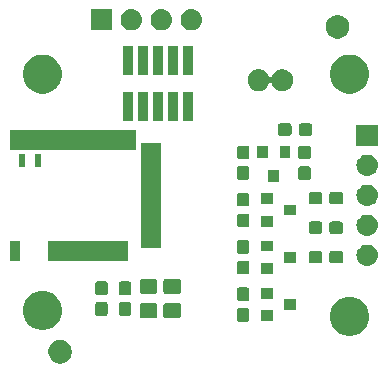
<source format=gts>
G04 #@! TF.GenerationSoftware,KiCad,Pcbnew,(5.1.2-1)-1*
G04 #@! TF.CreationDate,2019-08-31T04:18:35+09:00*
G04 #@! TF.ProjectId,Schematic,53636865-6d61-4746-9963-2e6b69636164,rev?*
G04 #@! TF.SameCoordinates,Original*
G04 #@! TF.FileFunction,Soldermask,Top*
G04 #@! TF.FilePolarity,Negative*
%FSLAX46Y46*%
G04 Gerber Fmt 4.6, Leading zero omitted, Abs format (unit mm)*
G04 Created by KiCad (PCBNEW (5.1.2-1)-1) date 2019-08-31 04:18:35*
%MOMM*%
%LPD*%
G04 APERTURE LIST*
%ADD10C,0.100000*%
G04 APERTURE END LIST*
D10*
G36*
X94727290Y-88525619D02*
G01*
X94791689Y-88538429D01*
X94973678Y-88613811D01*
X95137463Y-88723249D01*
X95276751Y-88862537D01*
X95386189Y-89026322D01*
X95461571Y-89208311D01*
X95500000Y-89401509D01*
X95500000Y-89598491D01*
X95461571Y-89791689D01*
X95386189Y-89973678D01*
X95276751Y-90137463D01*
X95137463Y-90276751D01*
X94973678Y-90386189D01*
X94791689Y-90461571D01*
X94727290Y-90474381D01*
X94598493Y-90500000D01*
X94401507Y-90500000D01*
X94272710Y-90474381D01*
X94208311Y-90461571D01*
X94026322Y-90386189D01*
X93862537Y-90276751D01*
X93723249Y-90137463D01*
X93613811Y-89973678D01*
X93538429Y-89791689D01*
X93500000Y-89598491D01*
X93500000Y-89401509D01*
X93538429Y-89208311D01*
X93613811Y-89026322D01*
X93723249Y-88862537D01*
X93862537Y-88723249D01*
X94026322Y-88613811D01*
X94208311Y-88538429D01*
X94272710Y-88525619D01*
X94401507Y-88500000D01*
X94598493Y-88500000D01*
X94727290Y-88525619D01*
X94727290Y-88525619D01*
G37*
G36*
X119375256Y-84891298D02*
G01*
X119481579Y-84912447D01*
X119782042Y-85036903D01*
X120052451Y-85217585D01*
X120282415Y-85447549D01*
X120463097Y-85717958D01*
X120579509Y-85999000D01*
X120587553Y-86018422D01*
X120651000Y-86337389D01*
X120651000Y-86662611D01*
X120625930Y-86788646D01*
X120587553Y-86981579D01*
X120463097Y-87282042D01*
X120282415Y-87552451D01*
X120052451Y-87782415D01*
X119782042Y-87963097D01*
X119481579Y-88087553D01*
X119375256Y-88108702D01*
X119162611Y-88151000D01*
X118837389Y-88151000D01*
X118624744Y-88108702D01*
X118518421Y-88087553D01*
X118217958Y-87963097D01*
X117947549Y-87782415D01*
X117717585Y-87552451D01*
X117536903Y-87282042D01*
X117412447Y-86981579D01*
X117374070Y-86788646D01*
X117349000Y-86662611D01*
X117349000Y-86337389D01*
X117412447Y-86018422D01*
X117420492Y-85999000D01*
X117536903Y-85717958D01*
X117717585Y-85447549D01*
X117947549Y-85217585D01*
X118217958Y-85036903D01*
X118518421Y-84912447D01*
X118624744Y-84891298D01*
X118837389Y-84849000D01*
X119162611Y-84849000D01*
X119375256Y-84891298D01*
X119375256Y-84891298D01*
G37*
G36*
X93375256Y-84391298D02*
G01*
X93481579Y-84412447D01*
X93782042Y-84536903D01*
X94052451Y-84717585D01*
X94282415Y-84947549D01*
X94463097Y-85217958D01*
X94587553Y-85518421D01*
X94588590Y-85523633D01*
X94651000Y-85837389D01*
X94651000Y-86162611D01*
X94625930Y-86288646D01*
X94587553Y-86481579D01*
X94463097Y-86782042D01*
X94282415Y-87052451D01*
X94052451Y-87282415D01*
X93782042Y-87463097D01*
X93481579Y-87587553D01*
X93375256Y-87608702D01*
X93162611Y-87651000D01*
X92837389Y-87651000D01*
X92624744Y-87608702D01*
X92518421Y-87587553D01*
X92217958Y-87463097D01*
X91947549Y-87282415D01*
X91717585Y-87052451D01*
X91536903Y-86782042D01*
X91412447Y-86481579D01*
X91374070Y-86288646D01*
X91349000Y-86162611D01*
X91349000Y-85837389D01*
X91411410Y-85523633D01*
X91412447Y-85518421D01*
X91536903Y-85217958D01*
X91717585Y-84947549D01*
X91947549Y-84717585D01*
X92217958Y-84536903D01*
X92518421Y-84412447D01*
X92624744Y-84391298D01*
X92837389Y-84349000D01*
X93162611Y-84349000D01*
X93375256Y-84391298D01*
X93375256Y-84391298D01*
G37*
G36*
X110364499Y-85803445D02*
G01*
X110401995Y-85814820D01*
X110436554Y-85833292D01*
X110466847Y-85858153D01*
X110491708Y-85888446D01*
X110510180Y-85923005D01*
X110521555Y-85960501D01*
X110526000Y-86005638D01*
X110526000Y-86744362D01*
X110521555Y-86789499D01*
X110510180Y-86826995D01*
X110491708Y-86861554D01*
X110466847Y-86891847D01*
X110436554Y-86916708D01*
X110401995Y-86935180D01*
X110364499Y-86946555D01*
X110319362Y-86951000D01*
X109680638Y-86951000D01*
X109635501Y-86946555D01*
X109598005Y-86935180D01*
X109563446Y-86916708D01*
X109533153Y-86891847D01*
X109508292Y-86861554D01*
X109489820Y-86826995D01*
X109478445Y-86789499D01*
X109474000Y-86744362D01*
X109474000Y-86005638D01*
X109478445Y-85960501D01*
X109489820Y-85923005D01*
X109508292Y-85888446D01*
X109533153Y-85858153D01*
X109563446Y-85833292D01*
X109598005Y-85814820D01*
X109635501Y-85803445D01*
X109680638Y-85799000D01*
X110319362Y-85799000D01*
X110364499Y-85803445D01*
X110364499Y-85803445D01*
G37*
G36*
X112501000Y-86901000D02*
G01*
X111499000Y-86901000D01*
X111499000Y-85999000D01*
X112501000Y-85999000D01*
X112501000Y-86901000D01*
X112501000Y-86901000D01*
G37*
G36*
X104588674Y-85403465D02*
G01*
X104626367Y-85414899D01*
X104661103Y-85433466D01*
X104691548Y-85458452D01*
X104716534Y-85488897D01*
X104735101Y-85523633D01*
X104746535Y-85561326D01*
X104751000Y-85606661D01*
X104751000Y-86443339D01*
X104746535Y-86488674D01*
X104735101Y-86526367D01*
X104716534Y-86561103D01*
X104691548Y-86591548D01*
X104661103Y-86616534D01*
X104626367Y-86635101D01*
X104588674Y-86646535D01*
X104543339Y-86651000D01*
X103456661Y-86651000D01*
X103411326Y-86646535D01*
X103373633Y-86635101D01*
X103338897Y-86616534D01*
X103308452Y-86591548D01*
X103283466Y-86561103D01*
X103264899Y-86526367D01*
X103253465Y-86488674D01*
X103249000Y-86443339D01*
X103249000Y-85606661D01*
X103253465Y-85561326D01*
X103264899Y-85523633D01*
X103283466Y-85488897D01*
X103308452Y-85458452D01*
X103338897Y-85433466D01*
X103373633Y-85414899D01*
X103411326Y-85403465D01*
X103456661Y-85399000D01*
X104543339Y-85399000D01*
X104588674Y-85403465D01*
X104588674Y-85403465D01*
G37*
G36*
X102588674Y-85403465D02*
G01*
X102626367Y-85414899D01*
X102661103Y-85433466D01*
X102691548Y-85458452D01*
X102716534Y-85488897D01*
X102735101Y-85523633D01*
X102746535Y-85561326D01*
X102751000Y-85606661D01*
X102751000Y-86443339D01*
X102746535Y-86488674D01*
X102735101Y-86526367D01*
X102716534Y-86561103D01*
X102691548Y-86591548D01*
X102661103Y-86616534D01*
X102626367Y-86635101D01*
X102588674Y-86646535D01*
X102543339Y-86651000D01*
X101456661Y-86651000D01*
X101411326Y-86646535D01*
X101373633Y-86635101D01*
X101338897Y-86616534D01*
X101308452Y-86591548D01*
X101283466Y-86561103D01*
X101264899Y-86526367D01*
X101253465Y-86488674D01*
X101249000Y-86443339D01*
X101249000Y-85606661D01*
X101253465Y-85561326D01*
X101264899Y-85523633D01*
X101283466Y-85488897D01*
X101308452Y-85458452D01*
X101338897Y-85433466D01*
X101373633Y-85414899D01*
X101411326Y-85403465D01*
X101456661Y-85399000D01*
X102543339Y-85399000D01*
X102588674Y-85403465D01*
X102588674Y-85403465D01*
G37*
G36*
X100364499Y-85303445D02*
G01*
X100401995Y-85314820D01*
X100436554Y-85333292D01*
X100466847Y-85358153D01*
X100491708Y-85388446D01*
X100510180Y-85423005D01*
X100521555Y-85460501D01*
X100526000Y-85505638D01*
X100526000Y-86244362D01*
X100521555Y-86289499D01*
X100510180Y-86326995D01*
X100491708Y-86361554D01*
X100466847Y-86391847D01*
X100436554Y-86416708D01*
X100401995Y-86435180D01*
X100364499Y-86446555D01*
X100319362Y-86451000D01*
X99680638Y-86451000D01*
X99635501Y-86446555D01*
X99598005Y-86435180D01*
X99563446Y-86416708D01*
X99533153Y-86391847D01*
X99508292Y-86361554D01*
X99489820Y-86326995D01*
X99478445Y-86289499D01*
X99474000Y-86244362D01*
X99474000Y-85505638D01*
X99478445Y-85460501D01*
X99489820Y-85423005D01*
X99508292Y-85388446D01*
X99533153Y-85358153D01*
X99563446Y-85333292D01*
X99598005Y-85314820D01*
X99635501Y-85303445D01*
X99680638Y-85299000D01*
X100319362Y-85299000D01*
X100364499Y-85303445D01*
X100364499Y-85303445D01*
G37*
G36*
X98364499Y-85303445D02*
G01*
X98401995Y-85314820D01*
X98436554Y-85333292D01*
X98466847Y-85358153D01*
X98491708Y-85388446D01*
X98510180Y-85423005D01*
X98521555Y-85460501D01*
X98526000Y-85505638D01*
X98526000Y-86244362D01*
X98521555Y-86289499D01*
X98510180Y-86326995D01*
X98491708Y-86361554D01*
X98466847Y-86391847D01*
X98436554Y-86416708D01*
X98401995Y-86435180D01*
X98364499Y-86446555D01*
X98319362Y-86451000D01*
X97680638Y-86451000D01*
X97635501Y-86446555D01*
X97598005Y-86435180D01*
X97563446Y-86416708D01*
X97533153Y-86391847D01*
X97508292Y-86361554D01*
X97489820Y-86326995D01*
X97478445Y-86289499D01*
X97474000Y-86244362D01*
X97474000Y-85505638D01*
X97478445Y-85460501D01*
X97489820Y-85423005D01*
X97508292Y-85388446D01*
X97533153Y-85358153D01*
X97563446Y-85333292D01*
X97598005Y-85314820D01*
X97635501Y-85303445D01*
X97680638Y-85299000D01*
X98319362Y-85299000D01*
X98364499Y-85303445D01*
X98364499Y-85303445D01*
G37*
G36*
X114501000Y-85951000D02*
G01*
X113499000Y-85951000D01*
X113499000Y-85049000D01*
X114501000Y-85049000D01*
X114501000Y-85951000D01*
X114501000Y-85951000D01*
G37*
G36*
X110364499Y-84053445D02*
G01*
X110401995Y-84064820D01*
X110436554Y-84083292D01*
X110466847Y-84108153D01*
X110491708Y-84138446D01*
X110510180Y-84173005D01*
X110521555Y-84210501D01*
X110526000Y-84255638D01*
X110526000Y-84994362D01*
X110521555Y-85039499D01*
X110510180Y-85076995D01*
X110491708Y-85111554D01*
X110466847Y-85141847D01*
X110436554Y-85166708D01*
X110401995Y-85185180D01*
X110364499Y-85196555D01*
X110319362Y-85201000D01*
X109680638Y-85201000D01*
X109635501Y-85196555D01*
X109598005Y-85185180D01*
X109563446Y-85166708D01*
X109533153Y-85141847D01*
X109508292Y-85111554D01*
X109489820Y-85076995D01*
X109478445Y-85039499D01*
X109474000Y-84994362D01*
X109474000Y-84255638D01*
X109478445Y-84210501D01*
X109489820Y-84173005D01*
X109508292Y-84138446D01*
X109533153Y-84108153D01*
X109563446Y-84083292D01*
X109598005Y-84064820D01*
X109635501Y-84053445D01*
X109680638Y-84049000D01*
X110319362Y-84049000D01*
X110364499Y-84053445D01*
X110364499Y-84053445D01*
G37*
G36*
X112501000Y-85001000D02*
G01*
X111499000Y-85001000D01*
X111499000Y-84099000D01*
X112501000Y-84099000D01*
X112501000Y-85001000D01*
X112501000Y-85001000D01*
G37*
G36*
X100364499Y-83553445D02*
G01*
X100401995Y-83564820D01*
X100436554Y-83583292D01*
X100466847Y-83608153D01*
X100491708Y-83638446D01*
X100510180Y-83673005D01*
X100521555Y-83710501D01*
X100526000Y-83755638D01*
X100526000Y-84494362D01*
X100521555Y-84539499D01*
X100510180Y-84576995D01*
X100491708Y-84611554D01*
X100466847Y-84641847D01*
X100436554Y-84666708D01*
X100401995Y-84685180D01*
X100364499Y-84696555D01*
X100319362Y-84701000D01*
X99680638Y-84701000D01*
X99635501Y-84696555D01*
X99598005Y-84685180D01*
X99563446Y-84666708D01*
X99533153Y-84641847D01*
X99508292Y-84611554D01*
X99489820Y-84576995D01*
X99478445Y-84539499D01*
X99474000Y-84494362D01*
X99474000Y-83755638D01*
X99478445Y-83710501D01*
X99489820Y-83673005D01*
X99508292Y-83638446D01*
X99533153Y-83608153D01*
X99563446Y-83583292D01*
X99598005Y-83564820D01*
X99635501Y-83553445D01*
X99680638Y-83549000D01*
X100319362Y-83549000D01*
X100364499Y-83553445D01*
X100364499Y-83553445D01*
G37*
G36*
X98364499Y-83553445D02*
G01*
X98401995Y-83564820D01*
X98436554Y-83583292D01*
X98466847Y-83608153D01*
X98491708Y-83638446D01*
X98510180Y-83673005D01*
X98521555Y-83710501D01*
X98526000Y-83755638D01*
X98526000Y-84494362D01*
X98521555Y-84539499D01*
X98510180Y-84576995D01*
X98491708Y-84611554D01*
X98466847Y-84641847D01*
X98436554Y-84666708D01*
X98401995Y-84685180D01*
X98364499Y-84696555D01*
X98319362Y-84701000D01*
X97680638Y-84701000D01*
X97635501Y-84696555D01*
X97598005Y-84685180D01*
X97563446Y-84666708D01*
X97533153Y-84641847D01*
X97508292Y-84611554D01*
X97489820Y-84576995D01*
X97478445Y-84539499D01*
X97474000Y-84494362D01*
X97474000Y-83755638D01*
X97478445Y-83710501D01*
X97489820Y-83673005D01*
X97508292Y-83638446D01*
X97533153Y-83608153D01*
X97563446Y-83583292D01*
X97598005Y-83564820D01*
X97635501Y-83553445D01*
X97680638Y-83549000D01*
X98319362Y-83549000D01*
X98364499Y-83553445D01*
X98364499Y-83553445D01*
G37*
G36*
X104588674Y-83353465D02*
G01*
X104626367Y-83364899D01*
X104661103Y-83383466D01*
X104691548Y-83408452D01*
X104716534Y-83438897D01*
X104735101Y-83473633D01*
X104746535Y-83511326D01*
X104751000Y-83556661D01*
X104751000Y-84393339D01*
X104746535Y-84438674D01*
X104735101Y-84476367D01*
X104716534Y-84511103D01*
X104691548Y-84541548D01*
X104661103Y-84566534D01*
X104626367Y-84585101D01*
X104588674Y-84596535D01*
X104543339Y-84601000D01*
X103456661Y-84601000D01*
X103411326Y-84596535D01*
X103373633Y-84585101D01*
X103338897Y-84566534D01*
X103308452Y-84541548D01*
X103283466Y-84511103D01*
X103264899Y-84476367D01*
X103253465Y-84438674D01*
X103249000Y-84393339D01*
X103249000Y-83556661D01*
X103253465Y-83511326D01*
X103264899Y-83473633D01*
X103283466Y-83438897D01*
X103308452Y-83408452D01*
X103338897Y-83383466D01*
X103373633Y-83364899D01*
X103411326Y-83353465D01*
X103456661Y-83349000D01*
X104543339Y-83349000D01*
X104588674Y-83353465D01*
X104588674Y-83353465D01*
G37*
G36*
X102588674Y-83353465D02*
G01*
X102626367Y-83364899D01*
X102661103Y-83383466D01*
X102691548Y-83408452D01*
X102716534Y-83438897D01*
X102735101Y-83473633D01*
X102746535Y-83511326D01*
X102751000Y-83556661D01*
X102751000Y-84393339D01*
X102746535Y-84438674D01*
X102735101Y-84476367D01*
X102716534Y-84511103D01*
X102691548Y-84541548D01*
X102661103Y-84566534D01*
X102626367Y-84585101D01*
X102588674Y-84596535D01*
X102543339Y-84601000D01*
X101456661Y-84601000D01*
X101411326Y-84596535D01*
X101373633Y-84585101D01*
X101338897Y-84566534D01*
X101308452Y-84541548D01*
X101283466Y-84511103D01*
X101264899Y-84476367D01*
X101253465Y-84438674D01*
X101249000Y-84393339D01*
X101249000Y-83556661D01*
X101253465Y-83511326D01*
X101264899Y-83473633D01*
X101283466Y-83438897D01*
X101308452Y-83408452D01*
X101338897Y-83383466D01*
X101373633Y-83364899D01*
X101411326Y-83353465D01*
X101456661Y-83349000D01*
X102543339Y-83349000D01*
X102588674Y-83353465D01*
X102588674Y-83353465D01*
G37*
G36*
X110364499Y-81803445D02*
G01*
X110401995Y-81814820D01*
X110436554Y-81833292D01*
X110466847Y-81858153D01*
X110491708Y-81888446D01*
X110510180Y-81923005D01*
X110521555Y-81960501D01*
X110526000Y-82005638D01*
X110526000Y-82744362D01*
X110521555Y-82789499D01*
X110510180Y-82826995D01*
X110491708Y-82861554D01*
X110466847Y-82891847D01*
X110436554Y-82916708D01*
X110401995Y-82935180D01*
X110364499Y-82946555D01*
X110319362Y-82951000D01*
X109680638Y-82951000D01*
X109635501Y-82946555D01*
X109598005Y-82935180D01*
X109563446Y-82916708D01*
X109533153Y-82891847D01*
X109508292Y-82861554D01*
X109489820Y-82826995D01*
X109478445Y-82789499D01*
X109474000Y-82744362D01*
X109474000Y-82005638D01*
X109478445Y-81960501D01*
X109489820Y-81923005D01*
X109508292Y-81888446D01*
X109533153Y-81858153D01*
X109563446Y-81833292D01*
X109598005Y-81814820D01*
X109635501Y-81803445D01*
X109680638Y-81799000D01*
X110319362Y-81799000D01*
X110364499Y-81803445D01*
X110364499Y-81803445D01*
G37*
G36*
X112501000Y-82901000D02*
G01*
X111499000Y-82901000D01*
X111499000Y-81999000D01*
X112501000Y-81999000D01*
X112501000Y-82901000D01*
X112501000Y-82901000D01*
G37*
G36*
X120610443Y-80435519D02*
G01*
X120676627Y-80442037D01*
X120846466Y-80493557D01*
X121002991Y-80577222D01*
X121038729Y-80606552D01*
X121140186Y-80689814D01*
X121223448Y-80791271D01*
X121252778Y-80827009D01*
X121336443Y-80983534D01*
X121387963Y-81153373D01*
X121405359Y-81330000D01*
X121387963Y-81506627D01*
X121336443Y-81676466D01*
X121252778Y-81832991D01*
X121232128Y-81858153D01*
X121140186Y-81970186D01*
X121072175Y-82026000D01*
X121002991Y-82082778D01*
X120846466Y-82166443D01*
X120676627Y-82217963D01*
X120610443Y-82224481D01*
X120544260Y-82231000D01*
X120455740Y-82231000D01*
X120389557Y-82224481D01*
X120323373Y-82217963D01*
X120153534Y-82166443D01*
X119997009Y-82082778D01*
X119927825Y-82026000D01*
X119859814Y-81970186D01*
X119767872Y-81858153D01*
X119747222Y-81832991D01*
X119663557Y-81676466D01*
X119612037Y-81506627D01*
X119594641Y-81330000D01*
X119612037Y-81153373D01*
X119663557Y-80983534D01*
X119747222Y-80827009D01*
X119776552Y-80791271D01*
X119859814Y-80689814D01*
X119961271Y-80606552D01*
X119997009Y-80577222D01*
X120153534Y-80493557D01*
X120323373Y-80442037D01*
X120389557Y-80435519D01*
X120455740Y-80429000D01*
X120544260Y-80429000D01*
X120610443Y-80435519D01*
X120610443Y-80435519D01*
G37*
G36*
X116539499Y-80978445D02*
G01*
X116576995Y-80989820D01*
X116611554Y-81008292D01*
X116641847Y-81033153D01*
X116666708Y-81063446D01*
X116685180Y-81098005D01*
X116696555Y-81135501D01*
X116701000Y-81180638D01*
X116701000Y-81819362D01*
X116696555Y-81864499D01*
X116685180Y-81901995D01*
X116666708Y-81936554D01*
X116641847Y-81966847D01*
X116611554Y-81991708D01*
X116576995Y-82010180D01*
X116539499Y-82021555D01*
X116494362Y-82026000D01*
X115755638Y-82026000D01*
X115710501Y-82021555D01*
X115673005Y-82010180D01*
X115638446Y-81991708D01*
X115608153Y-81966847D01*
X115583292Y-81936554D01*
X115564820Y-81901995D01*
X115553445Y-81864499D01*
X115549000Y-81819362D01*
X115549000Y-81180638D01*
X115553445Y-81135501D01*
X115564820Y-81098005D01*
X115583292Y-81063446D01*
X115608153Y-81033153D01*
X115638446Y-81008292D01*
X115673005Y-80989820D01*
X115710501Y-80978445D01*
X115755638Y-80974000D01*
X116494362Y-80974000D01*
X116539499Y-80978445D01*
X116539499Y-80978445D01*
G37*
G36*
X118289499Y-80978445D02*
G01*
X118326995Y-80989820D01*
X118361554Y-81008292D01*
X118391847Y-81033153D01*
X118416708Y-81063446D01*
X118435180Y-81098005D01*
X118446555Y-81135501D01*
X118451000Y-81180638D01*
X118451000Y-81819362D01*
X118446555Y-81864499D01*
X118435180Y-81901995D01*
X118416708Y-81936554D01*
X118391847Y-81966847D01*
X118361554Y-81991708D01*
X118326995Y-82010180D01*
X118289499Y-82021555D01*
X118244362Y-82026000D01*
X117505638Y-82026000D01*
X117460501Y-82021555D01*
X117423005Y-82010180D01*
X117388446Y-81991708D01*
X117358153Y-81966847D01*
X117333292Y-81936554D01*
X117314820Y-81901995D01*
X117303445Y-81864499D01*
X117299000Y-81819362D01*
X117299000Y-81180638D01*
X117303445Y-81135501D01*
X117314820Y-81098005D01*
X117333292Y-81063446D01*
X117358153Y-81033153D01*
X117388446Y-81008292D01*
X117423005Y-80989820D01*
X117460501Y-80978445D01*
X117505638Y-80974000D01*
X118244362Y-80974000D01*
X118289499Y-80978445D01*
X118289499Y-80978445D01*
G37*
G36*
X114501000Y-81951000D02*
G01*
X113499000Y-81951000D01*
X113499000Y-81049000D01*
X114501000Y-81049000D01*
X114501000Y-81951000D01*
X114501000Y-81951000D01*
G37*
G36*
X100251000Y-81801000D02*
G01*
X93449000Y-81801000D01*
X93449000Y-80099000D01*
X100251000Y-80099000D01*
X100251000Y-81801000D01*
X100251000Y-81801000D01*
G37*
G36*
X91151000Y-81801000D02*
G01*
X90249000Y-81801000D01*
X90249000Y-80099000D01*
X91151000Y-80099000D01*
X91151000Y-81801000D01*
X91151000Y-81801000D01*
G37*
G36*
X110364499Y-80053445D02*
G01*
X110401995Y-80064820D01*
X110436554Y-80083292D01*
X110466847Y-80108153D01*
X110491708Y-80138446D01*
X110510180Y-80173005D01*
X110521555Y-80210501D01*
X110526000Y-80255638D01*
X110526000Y-80994362D01*
X110521555Y-81039499D01*
X110510180Y-81076995D01*
X110491708Y-81111554D01*
X110466847Y-81141847D01*
X110436554Y-81166708D01*
X110401995Y-81185180D01*
X110364499Y-81196555D01*
X110319362Y-81201000D01*
X109680638Y-81201000D01*
X109635501Y-81196555D01*
X109598005Y-81185180D01*
X109563446Y-81166708D01*
X109533153Y-81141847D01*
X109508292Y-81111554D01*
X109489820Y-81076995D01*
X109478445Y-81039499D01*
X109474000Y-80994362D01*
X109474000Y-80255638D01*
X109478445Y-80210501D01*
X109489820Y-80173005D01*
X109508292Y-80138446D01*
X109533153Y-80108153D01*
X109563446Y-80083292D01*
X109598005Y-80064820D01*
X109635501Y-80053445D01*
X109680638Y-80049000D01*
X110319362Y-80049000D01*
X110364499Y-80053445D01*
X110364499Y-80053445D01*
G37*
G36*
X112501000Y-81001000D02*
G01*
X111499000Y-81001000D01*
X111499000Y-80099000D01*
X112501000Y-80099000D01*
X112501000Y-81001000D01*
X112501000Y-81001000D01*
G37*
G36*
X103051000Y-80701000D02*
G01*
X101349000Y-80701000D01*
X101349000Y-71799000D01*
X103051000Y-71799000D01*
X103051000Y-80701000D01*
X103051000Y-80701000D01*
G37*
G36*
X120610443Y-77895519D02*
G01*
X120676627Y-77902037D01*
X120846466Y-77953557D01*
X121002991Y-78037222D01*
X121033183Y-78062000D01*
X121140186Y-78149814D01*
X121223448Y-78251271D01*
X121252778Y-78287009D01*
X121336443Y-78443534D01*
X121387963Y-78613373D01*
X121405359Y-78790000D01*
X121387963Y-78966627D01*
X121336443Y-79136466D01*
X121252778Y-79292991D01*
X121231136Y-79319362D01*
X121140186Y-79430186D01*
X121038729Y-79513448D01*
X121002991Y-79542778D01*
X120846466Y-79626443D01*
X120676627Y-79677963D01*
X120610442Y-79684482D01*
X120544260Y-79691000D01*
X120455740Y-79691000D01*
X120389558Y-79684482D01*
X120323373Y-79677963D01*
X120153534Y-79626443D01*
X119997009Y-79542778D01*
X119961271Y-79513448D01*
X119859814Y-79430186D01*
X119768864Y-79319362D01*
X119747222Y-79292991D01*
X119663557Y-79136466D01*
X119612037Y-78966627D01*
X119594641Y-78790000D01*
X119612037Y-78613373D01*
X119663557Y-78443534D01*
X119747222Y-78287009D01*
X119776552Y-78251271D01*
X119859814Y-78149814D01*
X119966817Y-78062000D01*
X119997009Y-78037222D01*
X120153534Y-77953557D01*
X120323373Y-77902037D01*
X120389557Y-77895519D01*
X120455740Y-77889000D01*
X120544260Y-77889000D01*
X120610443Y-77895519D01*
X120610443Y-77895519D01*
G37*
G36*
X116539499Y-78478445D02*
G01*
X116576995Y-78489820D01*
X116611554Y-78508292D01*
X116641847Y-78533153D01*
X116666708Y-78563446D01*
X116685180Y-78598005D01*
X116696555Y-78635501D01*
X116701000Y-78680638D01*
X116701000Y-79319362D01*
X116696555Y-79364499D01*
X116685180Y-79401995D01*
X116666708Y-79436554D01*
X116641847Y-79466847D01*
X116611554Y-79491708D01*
X116576995Y-79510180D01*
X116539499Y-79521555D01*
X116494362Y-79526000D01*
X115755638Y-79526000D01*
X115710501Y-79521555D01*
X115673005Y-79510180D01*
X115638446Y-79491708D01*
X115608153Y-79466847D01*
X115583292Y-79436554D01*
X115564820Y-79401995D01*
X115553445Y-79364499D01*
X115549000Y-79319362D01*
X115549000Y-78680638D01*
X115553445Y-78635501D01*
X115564820Y-78598005D01*
X115583292Y-78563446D01*
X115608153Y-78533153D01*
X115638446Y-78508292D01*
X115673005Y-78489820D01*
X115710501Y-78478445D01*
X115755638Y-78474000D01*
X116494362Y-78474000D01*
X116539499Y-78478445D01*
X116539499Y-78478445D01*
G37*
G36*
X118289499Y-78478445D02*
G01*
X118326995Y-78489820D01*
X118361554Y-78508292D01*
X118391847Y-78533153D01*
X118416708Y-78563446D01*
X118435180Y-78598005D01*
X118446555Y-78635501D01*
X118451000Y-78680638D01*
X118451000Y-79319362D01*
X118446555Y-79364499D01*
X118435180Y-79401995D01*
X118416708Y-79436554D01*
X118391847Y-79466847D01*
X118361554Y-79491708D01*
X118326995Y-79510180D01*
X118289499Y-79521555D01*
X118244362Y-79526000D01*
X117505638Y-79526000D01*
X117460501Y-79521555D01*
X117423005Y-79510180D01*
X117388446Y-79491708D01*
X117358153Y-79466847D01*
X117333292Y-79436554D01*
X117314820Y-79401995D01*
X117303445Y-79364499D01*
X117299000Y-79319362D01*
X117299000Y-78680638D01*
X117303445Y-78635501D01*
X117314820Y-78598005D01*
X117333292Y-78563446D01*
X117358153Y-78533153D01*
X117388446Y-78508292D01*
X117423005Y-78489820D01*
X117460501Y-78478445D01*
X117505638Y-78474000D01*
X118244362Y-78474000D01*
X118289499Y-78478445D01*
X118289499Y-78478445D01*
G37*
G36*
X110364499Y-77803445D02*
G01*
X110401995Y-77814820D01*
X110436554Y-77833292D01*
X110466847Y-77858153D01*
X110491708Y-77888446D01*
X110510180Y-77923005D01*
X110521555Y-77960501D01*
X110526000Y-78005638D01*
X110526000Y-78744362D01*
X110521555Y-78789499D01*
X110510180Y-78826995D01*
X110491708Y-78861554D01*
X110466847Y-78891847D01*
X110436554Y-78916708D01*
X110401995Y-78935180D01*
X110364499Y-78946555D01*
X110319362Y-78951000D01*
X109680638Y-78951000D01*
X109635501Y-78946555D01*
X109598005Y-78935180D01*
X109563446Y-78916708D01*
X109533153Y-78891847D01*
X109508292Y-78861554D01*
X109489820Y-78826995D01*
X109478445Y-78789499D01*
X109474000Y-78744362D01*
X109474000Y-78005638D01*
X109478445Y-77960501D01*
X109489820Y-77923005D01*
X109508292Y-77888446D01*
X109533153Y-77858153D01*
X109563446Y-77833292D01*
X109598005Y-77814820D01*
X109635501Y-77803445D01*
X109680638Y-77799000D01*
X110319362Y-77799000D01*
X110364499Y-77803445D01*
X110364499Y-77803445D01*
G37*
G36*
X112501000Y-78901000D02*
G01*
X111499000Y-78901000D01*
X111499000Y-77999000D01*
X112501000Y-77999000D01*
X112501000Y-78901000D01*
X112501000Y-78901000D01*
G37*
G36*
X114501000Y-77951000D02*
G01*
X113499000Y-77951000D01*
X113499000Y-77049000D01*
X114501000Y-77049000D01*
X114501000Y-77951000D01*
X114501000Y-77951000D01*
G37*
G36*
X110364499Y-76053445D02*
G01*
X110401995Y-76064820D01*
X110436554Y-76083292D01*
X110466847Y-76108153D01*
X110491708Y-76138446D01*
X110510180Y-76173005D01*
X110521555Y-76210501D01*
X110526000Y-76255638D01*
X110526000Y-76994362D01*
X110521555Y-77039499D01*
X110510180Y-77076995D01*
X110491708Y-77111554D01*
X110466847Y-77141847D01*
X110436554Y-77166708D01*
X110401995Y-77185180D01*
X110364499Y-77196555D01*
X110319362Y-77201000D01*
X109680638Y-77201000D01*
X109635501Y-77196555D01*
X109598005Y-77185180D01*
X109563446Y-77166708D01*
X109533153Y-77141847D01*
X109508292Y-77111554D01*
X109489820Y-77076995D01*
X109478445Y-77039499D01*
X109474000Y-76994362D01*
X109474000Y-76255638D01*
X109478445Y-76210501D01*
X109489820Y-76173005D01*
X109508292Y-76138446D01*
X109533153Y-76108153D01*
X109563446Y-76083292D01*
X109598005Y-76064820D01*
X109635501Y-76053445D01*
X109680638Y-76049000D01*
X110319362Y-76049000D01*
X110364499Y-76053445D01*
X110364499Y-76053445D01*
G37*
G36*
X120610442Y-75355518D02*
G01*
X120676627Y-75362037D01*
X120846466Y-75413557D01*
X121002991Y-75497222D01*
X121038729Y-75526552D01*
X121140186Y-75609814D01*
X121223448Y-75711271D01*
X121252778Y-75747009D01*
X121336443Y-75903534D01*
X121387963Y-76073373D01*
X121405359Y-76250000D01*
X121387963Y-76426627D01*
X121336443Y-76596466D01*
X121252778Y-76752991D01*
X121223448Y-76788729D01*
X121140186Y-76890186D01*
X121046773Y-76966847D01*
X121002991Y-77002778D01*
X120846466Y-77086443D01*
X120676627Y-77137963D01*
X120637191Y-77141847D01*
X120544260Y-77151000D01*
X120455740Y-77151000D01*
X120362809Y-77141847D01*
X120323373Y-77137963D01*
X120153534Y-77086443D01*
X119997009Y-77002778D01*
X119953227Y-76966847D01*
X119859814Y-76890186D01*
X119776552Y-76788729D01*
X119747222Y-76752991D01*
X119663557Y-76596466D01*
X119612037Y-76426627D01*
X119594641Y-76250000D01*
X119612037Y-76073373D01*
X119663557Y-75903534D01*
X119747222Y-75747009D01*
X119776552Y-75711271D01*
X119859814Y-75609814D01*
X119961271Y-75526552D01*
X119997009Y-75497222D01*
X120153534Y-75413557D01*
X120323373Y-75362037D01*
X120389558Y-75355518D01*
X120455740Y-75349000D01*
X120544260Y-75349000D01*
X120610442Y-75355518D01*
X120610442Y-75355518D01*
G37*
G36*
X118289499Y-75978445D02*
G01*
X118326995Y-75989820D01*
X118361554Y-76008292D01*
X118391847Y-76033153D01*
X118416708Y-76063446D01*
X118435180Y-76098005D01*
X118446555Y-76135501D01*
X118451000Y-76180638D01*
X118451000Y-76819362D01*
X118446555Y-76864499D01*
X118435180Y-76901995D01*
X118416708Y-76936554D01*
X118391847Y-76966847D01*
X118361554Y-76991708D01*
X118326995Y-77010180D01*
X118289499Y-77021555D01*
X118244362Y-77026000D01*
X117505638Y-77026000D01*
X117460501Y-77021555D01*
X117423005Y-77010180D01*
X117388446Y-76991708D01*
X117358153Y-76966847D01*
X117333292Y-76936554D01*
X117314820Y-76901995D01*
X117303445Y-76864499D01*
X117299000Y-76819362D01*
X117299000Y-76180638D01*
X117303445Y-76135501D01*
X117314820Y-76098005D01*
X117333292Y-76063446D01*
X117358153Y-76033153D01*
X117388446Y-76008292D01*
X117423005Y-75989820D01*
X117460501Y-75978445D01*
X117505638Y-75974000D01*
X118244362Y-75974000D01*
X118289499Y-75978445D01*
X118289499Y-75978445D01*
G37*
G36*
X116539499Y-75978445D02*
G01*
X116576995Y-75989820D01*
X116611554Y-76008292D01*
X116641847Y-76033153D01*
X116666708Y-76063446D01*
X116685180Y-76098005D01*
X116696555Y-76135501D01*
X116701000Y-76180638D01*
X116701000Y-76819362D01*
X116696555Y-76864499D01*
X116685180Y-76901995D01*
X116666708Y-76936554D01*
X116641847Y-76966847D01*
X116611554Y-76991708D01*
X116576995Y-77010180D01*
X116539499Y-77021555D01*
X116494362Y-77026000D01*
X115755638Y-77026000D01*
X115710501Y-77021555D01*
X115673005Y-77010180D01*
X115638446Y-76991708D01*
X115608153Y-76966847D01*
X115583292Y-76936554D01*
X115564820Y-76901995D01*
X115553445Y-76864499D01*
X115549000Y-76819362D01*
X115549000Y-76180638D01*
X115553445Y-76135501D01*
X115564820Y-76098005D01*
X115583292Y-76063446D01*
X115608153Y-76033153D01*
X115638446Y-76008292D01*
X115673005Y-75989820D01*
X115710501Y-75978445D01*
X115755638Y-75974000D01*
X116494362Y-75974000D01*
X116539499Y-75978445D01*
X116539499Y-75978445D01*
G37*
G36*
X112501000Y-77001000D02*
G01*
X111499000Y-77001000D01*
X111499000Y-76099000D01*
X112501000Y-76099000D01*
X112501000Y-77001000D01*
X112501000Y-77001000D01*
G37*
G36*
X113051000Y-75101000D02*
G01*
X112149000Y-75101000D01*
X112149000Y-74099000D01*
X113051000Y-74099000D01*
X113051000Y-75101000D01*
X113051000Y-75101000D01*
G37*
G36*
X110364499Y-73803445D02*
G01*
X110401995Y-73814820D01*
X110436554Y-73833292D01*
X110466847Y-73858153D01*
X110491708Y-73888446D01*
X110510180Y-73923005D01*
X110521555Y-73960501D01*
X110526000Y-74005638D01*
X110526000Y-74744362D01*
X110521555Y-74789499D01*
X110510180Y-74826995D01*
X110491708Y-74861554D01*
X110466847Y-74891847D01*
X110436554Y-74916708D01*
X110401995Y-74935180D01*
X110364499Y-74946555D01*
X110319362Y-74951000D01*
X109680638Y-74951000D01*
X109635501Y-74946555D01*
X109598005Y-74935180D01*
X109563446Y-74916708D01*
X109533153Y-74891847D01*
X109508292Y-74861554D01*
X109489820Y-74826995D01*
X109478445Y-74789499D01*
X109474000Y-74744362D01*
X109474000Y-74005638D01*
X109478445Y-73960501D01*
X109489820Y-73923005D01*
X109508292Y-73888446D01*
X109533153Y-73858153D01*
X109563446Y-73833292D01*
X109598005Y-73814820D01*
X109635501Y-73803445D01*
X109680638Y-73799000D01*
X110319362Y-73799000D01*
X110364499Y-73803445D01*
X110364499Y-73803445D01*
G37*
G36*
X115564499Y-73803445D02*
G01*
X115601995Y-73814820D01*
X115636554Y-73833292D01*
X115666847Y-73858153D01*
X115691708Y-73888446D01*
X115710180Y-73923005D01*
X115721555Y-73960501D01*
X115726000Y-74005638D01*
X115726000Y-74744362D01*
X115721555Y-74789499D01*
X115710180Y-74826995D01*
X115691708Y-74861554D01*
X115666847Y-74891847D01*
X115636554Y-74916708D01*
X115601995Y-74935180D01*
X115564499Y-74946555D01*
X115519362Y-74951000D01*
X114880638Y-74951000D01*
X114835501Y-74946555D01*
X114798005Y-74935180D01*
X114763446Y-74916708D01*
X114733153Y-74891847D01*
X114708292Y-74861554D01*
X114689820Y-74826995D01*
X114678445Y-74789499D01*
X114674000Y-74744362D01*
X114674000Y-74005638D01*
X114678445Y-73960501D01*
X114689820Y-73923005D01*
X114708292Y-73888446D01*
X114733153Y-73858153D01*
X114763446Y-73833292D01*
X114798005Y-73814820D01*
X114835501Y-73803445D01*
X114880638Y-73799000D01*
X115519362Y-73799000D01*
X115564499Y-73803445D01*
X115564499Y-73803445D01*
G37*
G36*
X120610442Y-72815518D02*
G01*
X120676627Y-72822037D01*
X120846466Y-72873557D01*
X121002991Y-72957222D01*
X121038729Y-72986552D01*
X121140186Y-73069814D01*
X121219704Y-73166708D01*
X121252778Y-73207009D01*
X121336443Y-73363534D01*
X121387963Y-73533373D01*
X121405359Y-73710000D01*
X121387963Y-73886627D01*
X121336443Y-74056466D01*
X121252778Y-74212991D01*
X121223448Y-74248729D01*
X121140186Y-74350186D01*
X121038729Y-74433448D01*
X121002991Y-74462778D01*
X120846466Y-74546443D01*
X120676627Y-74597963D01*
X120610442Y-74604482D01*
X120544260Y-74611000D01*
X120455740Y-74611000D01*
X120389558Y-74604482D01*
X120323373Y-74597963D01*
X120153534Y-74546443D01*
X119997009Y-74462778D01*
X119961271Y-74433448D01*
X119859814Y-74350186D01*
X119776552Y-74248729D01*
X119747222Y-74212991D01*
X119663557Y-74056466D01*
X119612037Y-73886627D01*
X119594641Y-73710000D01*
X119612037Y-73533373D01*
X119663557Y-73363534D01*
X119747222Y-73207009D01*
X119780296Y-73166708D01*
X119859814Y-73069814D01*
X119961271Y-72986552D01*
X119997009Y-72957222D01*
X120153534Y-72873557D01*
X120323373Y-72822037D01*
X120389558Y-72815518D01*
X120455740Y-72809000D01*
X120544260Y-72809000D01*
X120610442Y-72815518D01*
X120610442Y-72815518D01*
G37*
G36*
X92901000Y-73901000D02*
G01*
X92399000Y-73901000D01*
X92399000Y-72799000D01*
X92901000Y-72799000D01*
X92901000Y-73901000D01*
X92901000Y-73901000D01*
G37*
G36*
X91501000Y-73901000D02*
G01*
X90999000Y-73901000D01*
X90999000Y-72799000D01*
X91501000Y-72799000D01*
X91501000Y-73901000D01*
X91501000Y-73901000D01*
G37*
G36*
X115564499Y-72053445D02*
G01*
X115601995Y-72064820D01*
X115636554Y-72083292D01*
X115666847Y-72108153D01*
X115691708Y-72138446D01*
X115710180Y-72173005D01*
X115721555Y-72210501D01*
X115726000Y-72255638D01*
X115726000Y-72994362D01*
X115721555Y-73039499D01*
X115710180Y-73076995D01*
X115691708Y-73111554D01*
X115666847Y-73141847D01*
X115636554Y-73166708D01*
X115601995Y-73185180D01*
X115564499Y-73196555D01*
X115519362Y-73201000D01*
X114880638Y-73201000D01*
X114835501Y-73196555D01*
X114798005Y-73185180D01*
X114763446Y-73166708D01*
X114733153Y-73141847D01*
X114708292Y-73111554D01*
X114689820Y-73076995D01*
X114678445Y-73039499D01*
X114674000Y-72994362D01*
X114674000Y-72255638D01*
X114678445Y-72210501D01*
X114689820Y-72173005D01*
X114708292Y-72138446D01*
X114733153Y-72108153D01*
X114763446Y-72083292D01*
X114798005Y-72064820D01*
X114835501Y-72053445D01*
X114880638Y-72049000D01*
X115519362Y-72049000D01*
X115564499Y-72053445D01*
X115564499Y-72053445D01*
G37*
G36*
X110364499Y-72053445D02*
G01*
X110401995Y-72064820D01*
X110436554Y-72083292D01*
X110466847Y-72108153D01*
X110491708Y-72138446D01*
X110510180Y-72173005D01*
X110521555Y-72210501D01*
X110526000Y-72255638D01*
X110526000Y-72994362D01*
X110521555Y-73039499D01*
X110510180Y-73076995D01*
X110491708Y-73111554D01*
X110466847Y-73141847D01*
X110436554Y-73166708D01*
X110401995Y-73185180D01*
X110364499Y-73196555D01*
X110319362Y-73201000D01*
X109680638Y-73201000D01*
X109635501Y-73196555D01*
X109598005Y-73185180D01*
X109563446Y-73166708D01*
X109533153Y-73141847D01*
X109508292Y-73111554D01*
X109489820Y-73076995D01*
X109478445Y-73039499D01*
X109474000Y-72994362D01*
X109474000Y-72255638D01*
X109478445Y-72210501D01*
X109489820Y-72173005D01*
X109508292Y-72138446D01*
X109533153Y-72108153D01*
X109563446Y-72083292D01*
X109598005Y-72064820D01*
X109635501Y-72053445D01*
X109680638Y-72049000D01*
X110319362Y-72049000D01*
X110364499Y-72053445D01*
X110364499Y-72053445D01*
G37*
G36*
X114001000Y-73101000D02*
G01*
X113099000Y-73101000D01*
X113099000Y-72099000D01*
X114001000Y-72099000D01*
X114001000Y-73101000D01*
X114001000Y-73101000D01*
G37*
G36*
X112101000Y-73101000D02*
G01*
X111199000Y-73101000D01*
X111199000Y-72099000D01*
X112101000Y-72099000D01*
X112101000Y-73101000D01*
X112101000Y-73101000D01*
G37*
G36*
X100951000Y-72401000D02*
G01*
X90249000Y-72401000D01*
X90249000Y-70699000D01*
X100951000Y-70699000D01*
X100951000Y-72401000D01*
X100951000Y-72401000D01*
G37*
G36*
X121401000Y-72071000D02*
G01*
X119599000Y-72071000D01*
X119599000Y-70269000D01*
X121401000Y-70269000D01*
X121401000Y-72071000D01*
X121401000Y-72071000D01*
G37*
G36*
X115689499Y-70178445D02*
G01*
X115726995Y-70189820D01*
X115761554Y-70208292D01*
X115791847Y-70233153D01*
X115816708Y-70263446D01*
X115835180Y-70298005D01*
X115846555Y-70335501D01*
X115851000Y-70380638D01*
X115851000Y-71019362D01*
X115846555Y-71064499D01*
X115835180Y-71101995D01*
X115816708Y-71136554D01*
X115791847Y-71166847D01*
X115761554Y-71191708D01*
X115726995Y-71210180D01*
X115689499Y-71221555D01*
X115644362Y-71226000D01*
X114905638Y-71226000D01*
X114860501Y-71221555D01*
X114823005Y-71210180D01*
X114788446Y-71191708D01*
X114758153Y-71166847D01*
X114733292Y-71136554D01*
X114714820Y-71101995D01*
X114703445Y-71064499D01*
X114699000Y-71019362D01*
X114699000Y-70380638D01*
X114703445Y-70335501D01*
X114714820Y-70298005D01*
X114733292Y-70263446D01*
X114758153Y-70233153D01*
X114788446Y-70208292D01*
X114823005Y-70189820D01*
X114860501Y-70178445D01*
X114905638Y-70174000D01*
X115644362Y-70174000D01*
X115689499Y-70178445D01*
X115689499Y-70178445D01*
G37*
G36*
X113939499Y-70178445D02*
G01*
X113976995Y-70189820D01*
X114011554Y-70208292D01*
X114041847Y-70233153D01*
X114066708Y-70263446D01*
X114085180Y-70298005D01*
X114096555Y-70335501D01*
X114101000Y-70380638D01*
X114101000Y-71019362D01*
X114096555Y-71064499D01*
X114085180Y-71101995D01*
X114066708Y-71136554D01*
X114041847Y-71166847D01*
X114011554Y-71191708D01*
X113976995Y-71210180D01*
X113939499Y-71221555D01*
X113894362Y-71226000D01*
X113155638Y-71226000D01*
X113110501Y-71221555D01*
X113073005Y-71210180D01*
X113038446Y-71191708D01*
X113008153Y-71166847D01*
X112983292Y-71136554D01*
X112964820Y-71101995D01*
X112953445Y-71064499D01*
X112949000Y-71019362D01*
X112949000Y-70380638D01*
X112953445Y-70335501D01*
X112964820Y-70298005D01*
X112983292Y-70263446D01*
X113008153Y-70233153D01*
X113038446Y-70208292D01*
X113073005Y-70189820D01*
X113110501Y-70178445D01*
X113155638Y-70174000D01*
X113894362Y-70174000D01*
X113939499Y-70178445D01*
X113939499Y-70178445D01*
G37*
G36*
X105761000Y-70001000D02*
G01*
X104919000Y-70001000D01*
X104919000Y-67499000D01*
X105761000Y-67499000D01*
X105761000Y-70001000D01*
X105761000Y-70001000D01*
G37*
G36*
X103221000Y-70001000D02*
G01*
X102379000Y-70001000D01*
X102379000Y-67499000D01*
X103221000Y-67499000D01*
X103221000Y-70001000D01*
X103221000Y-70001000D01*
G37*
G36*
X104491000Y-70001000D02*
G01*
X103649000Y-70001000D01*
X103649000Y-67499000D01*
X104491000Y-67499000D01*
X104491000Y-70001000D01*
X104491000Y-70001000D01*
G37*
G36*
X101951000Y-70001000D02*
G01*
X101109000Y-70001000D01*
X101109000Y-67499000D01*
X101951000Y-67499000D01*
X101951000Y-70001000D01*
X101951000Y-70001000D01*
G37*
G36*
X100681000Y-70001000D02*
G01*
X99839000Y-70001000D01*
X99839000Y-67499000D01*
X100681000Y-67499000D01*
X100681000Y-70001000D01*
X100681000Y-70001000D01*
G37*
G36*
X93375256Y-64391298D02*
G01*
X93481579Y-64412447D01*
X93782042Y-64536903D01*
X94052451Y-64717585D01*
X94282415Y-64947549D01*
X94282416Y-64947551D01*
X94463098Y-65217960D01*
X94587553Y-65518422D01*
X94651000Y-65837389D01*
X94651000Y-66162611D01*
X94587553Y-66481578D01*
X94471096Y-66762732D01*
X94463097Y-66782042D01*
X94282415Y-67052451D01*
X94052451Y-67282415D01*
X93782042Y-67463097D01*
X93481579Y-67587553D01*
X93375256Y-67608702D01*
X93162611Y-67651000D01*
X92837389Y-67651000D01*
X92624744Y-67608702D01*
X92518421Y-67587553D01*
X92217958Y-67463097D01*
X91947549Y-67282415D01*
X91717585Y-67052451D01*
X91536903Y-66782042D01*
X91528905Y-66762732D01*
X91412447Y-66481578D01*
X91349000Y-66162611D01*
X91349000Y-65837389D01*
X91412447Y-65518422D01*
X91536902Y-65217960D01*
X91717584Y-64947551D01*
X91717585Y-64947549D01*
X91947549Y-64717585D01*
X92217958Y-64536903D01*
X92518421Y-64412447D01*
X92624744Y-64391298D01*
X92837389Y-64349000D01*
X93162611Y-64349000D01*
X93375256Y-64391298D01*
X93375256Y-64391298D01*
G37*
G36*
X119375256Y-64391298D02*
G01*
X119481579Y-64412447D01*
X119782042Y-64536903D01*
X120052451Y-64717585D01*
X120282415Y-64947549D01*
X120282416Y-64947551D01*
X120463098Y-65217960D01*
X120587553Y-65518422D01*
X120651000Y-65837389D01*
X120651000Y-66162611D01*
X120587553Y-66481578D01*
X120471096Y-66762732D01*
X120463097Y-66782042D01*
X120282415Y-67052451D01*
X120052451Y-67282415D01*
X119782042Y-67463097D01*
X119481579Y-67587553D01*
X119375256Y-67608702D01*
X119162611Y-67651000D01*
X118837389Y-67651000D01*
X118624744Y-67608702D01*
X118518421Y-67587553D01*
X118217958Y-67463097D01*
X117947549Y-67282415D01*
X117717585Y-67052451D01*
X117536903Y-66782042D01*
X117528905Y-66762732D01*
X117412447Y-66481578D01*
X117349000Y-66162611D01*
X117349000Y-65837389D01*
X117412447Y-65518422D01*
X117536902Y-65217960D01*
X117717584Y-64947551D01*
X117717585Y-64947549D01*
X117947549Y-64717585D01*
X118217958Y-64536903D01*
X118518421Y-64412447D01*
X118624744Y-64391298D01*
X118837389Y-64349000D01*
X119162611Y-64349000D01*
X119375256Y-64391298D01*
X119375256Y-64391298D01*
G37*
G36*
X111570104Y-65609585D02*
G01*
X111738626Y-65679389D01*
X111890291Y-65780728D01*
X112019272Y-65909709D01*
X112120611Y-66061374D01*
X112184521Y-66215665D01*
X112196067Y-66237268D01*
X112211612Y-66256209D01*
X112230554Y-66271755D01*
X112252165Y-66283306D01*
X112275614Y-66290419D01*
X112300000Y-66292821D01*
X112324386Y-66290419D01*
X112347835Y-66283306D01*
X112369446Y-66271755D01*
X112388387Y-66256210D01*
X112403933Y-66237268D01*
X112415479Y-66215665D01*
X112479389Y-66061374D01*
X112580728Y-65909709D01*
X112709709Y-65780728D01*
X112861374Y-65679389D01*
X113029896Y-65609585D01*
X113208797Y-65574000D01*
X113391203Y-65574000D01*
X113570104Y-65609585D01*
X113738626Y-65679389D01*
X113890291Y-65780728D01*
X114019272Y-65909709D01*
X114120611Y-66061374D01*
X114190415Y-66229896D01*
X114226000Y-66408797D01*
X114226000Y-66591203D01*
X114190415Y-66770104D01*
X114120611Y-66938626D01*
X114019272Y-67090291D01*
X113890291Y-67219272D01*
X113738626Y-67320611D01*
X113570104Y-67390415D01*
X113391203Y-67426000D01*
X113208797Y-67426000D01*
X113029896Y-67390415D01*
X112861374Y-67320611D01*
X112709709Y-67219272D01*
X112580728Y-67090291D01*
X112479389Y-66938626D01*
X112415479Y-66784335D01*
X112403933Y-66762732D01*
X112388388Y-66743791D01*
X112369446Y-66728245D01*
X112347835Y-66716694D01*
X112324386Y-66709581D01*
X112300000Y-66707179D01*
X112275614Y-66709581D01*
X112252165Y-66716694D01*
X112230554Y-66728245D01*
X112211613Y-66743790D01*
X112196067Y-66762732D01*
X112184521Y-66784335D01*
X112120611Y-66938626D01*
X112019272Y-67090291D01*
X111890291Y-67219272D01*
X111738626Y-67320611D01*
X111570104Y-67390415D01*
X111391203Y-67426000D01*
X111208797Y-67426000D01*
X111029896Y-67390415D01*
X110861374Y-67320611D01*
X110709709Y-67219272D01*
X110580728Y-67090291D01*
X110479389Y-66938626D01*
X110409585Y-66770104D01*
X110374000Y-66591203D01*
X110374000Y-66408797D01*
X110409585Y-66229896D01*
X110479389Y-66061374D01*
X110580728Y-65909709D01*
X110709709Y-65780728D01*
X110861374Y-65679389D01*
X111029896Y-65609585D01*
X111208797Y-65574000D01*
X111391203Y-65574000D01*
X111570104Y-65609585D01*
X111570104Y-65609585D01*
G37*
G36*
X105761000Y-66101000D02*
G01*
X104919000Y-66101000D01*
X104919000Y-63599000D01*
X105761000Y-63599000D01*
X105761000Y-66101000D01*
X105761000Y-66101000D01*
G37*
G36*
X104491000Y-66101000D02*
G01*
X103649000Y-66101000D01*
X103649000Y-63599000D01*
X104491000Y-63599000D01*
X104491000Y-66101000D01*
X104491000Y-66101000D01*
G37*
G36*
X101951000Y-66101000D02*
G01*
X101109000Y-66101000D01*
X101109000Y-63599000D01*
X101951000Y-63599000D01*
X101951000Y-66101000D01*
X101951000Y-66101000D01*
G37*
G36*
X100681000Y-66101000D02*
G01*
X99839000Y-66101000D01*
X99839000Y-63599000D01*
X100681000Y-63599000D01*
X100681000Y-66101000D01*
X100681000Y-66101000D01*
G37*
G36*
X103221000Y-66101000D02*
G01*
X102379000Y-66101000D01*
X102379000Y-63599000D01*
X103221000Y-63599000D01*
X103221000Y-66101000D01*
X103221000Y-66101000D01*
G37*
G36*
X118227290Y-61025619D02*
G01*
X118291689Y-61038429D01*
X118473678Y-61113811D01*
X118637463Y-61223249D01*
X118776751Y-61362537D01*
X118886189Y-61526322D01*
X118961571Y-61708311D01*
X119000000Y-61901509D01*
X119000000Y-62098491D01*
X118961571Y-62291689D01*
X118886189Y-62473678D01*
X118776751Y-62637463D01*
X118637463Y-62776751D01*
X118473678Y-62886189D01*
X118291689Y-62961571D01*
X118227290Y-62974381D01*
X118098493Y-63000000D01*
X117901507Y-63000000D01*
X117772710Y-62974381D01*
X117708311Y-62961571D01*
X117526322Y-62886189D01*
X117362537Y-62776751D01*
X117223249Y-62637463D01*
X117113811Y-62473678D01*
X117038429Y-62291689D01*
X117000000Y-62098491D01*
X117000000Y-61901509D01*
X117038429Y-61708311D01*
X117113811Y-61526322D01*
X117223249Y-61362537D01*
X117362537Y-61223249D01*
X117526322Y-61113811D01*
X117708311Y-61038429D01*
X117772710Y-61025619D01*
X117901507Y-61000000D01*
X118098493Y-61000000D01*
X118227290Y-61025619D01*
X118227290Y-61025619D01*
G37*
G36*
X105730443Y-60505519D02*
G01*
X105796627Y-60512037D01*
X105966466Y-60563557D01*
X106122991Y-60647222D01*
X106158729Y-60676552D01*
X106260186Y-60759814D01*
X106343448Y-60861271D01*
X106372778Y-60897009D01*
X106456443Y-61053534D01*
X106507963Y-61223373D01*
X106525359Y-61400000D01*
X106507963Y-61576627D01*
X106456443Y-61746466D01*
X106372778Y-61902991D01*
X106343448Y-61938729D01*
X106260186Y-62040186D01*
X106158729Y-62123448D01*
X106122991Y-62152778D01*
X105966466Y-62236443D01*
X105796627Y-62287963D01*
X105730443Y-62294481D01*
X105664260Y-62301000D01*
X105575740Y-62301000D01*
X105509557Y-62294481D01*
X105443373Y-62287963D01*
X105273534Y-62236443D01*
X105117009Y-62152778D01*
X105081271Y-62123448D01*
X104979814Y-62040186D01*
X104896552Y-61938729D01*
X104867222Y-61902991D01*
X104783557Y-61746466D01*
X104732037Y-61576627D01*
X104714641Y-61400000D01*
X104732037Y-61223373D01*
X104783557Y-61053534D01*
X104867222Y-60897009D01*
X104896552Y-60861271D01*
X104979814Y-60759814D01*
X105081271Y-60676552D01*
X105117009Y-60647222D01*
X105273534Y-60563557D01*
X105443373Y-60512037D01*
X105509557Y-60505519D01*
X105575740Y-60499000D01*
X105664260Y-60499000D01*
X105730443Y-60505519D01*
X105730443Y-60505519D01*
G37*
G36*
X103190443Y-60505519D02*
G01*
X103256627Y-60512037D01*
X103426466Y-60563557D01*
X103582991Y-60647222D01*
X103618729Y-60676552D01*
X103720186Y-60759814D01*
X103803448Y-60861271D01*
X103832778Y-60897009D01*
X103916443Y-61053534D01*
X103967963Y-61223373D01*
X103985359Y-61400000D01*
X103967963Y-61576627D01*
X103916443Y-61746466D01*
X103832778Y-61902991D01*
X103803448Y-61938729D01*
X103720186Y-62040186D01*
X103618729Y-62123448D01*
X103582991Y-62152778D01*
X103426466Y-62236443D01*
X103256627Y-62287963D01*
X103190443Y-62294481D01*
X103124260Y-62301000D01*
X103035740Y-62301000D01*
X102969557Y-62294481D01*
X102903373Y-62287963D01*
X102733534Y-62236443D01*
X102577009Y-62152778D01*
X102541271Y-62123448D01*
X102439814Y-62040186D01*
X102356552Y-61938729D01*
X102327222Y-61902991D01*
X102243557Y-61746466D01*
X102192037Y-61576627D01*
X102174641Y-61400000D01*
X102192037Y-61223373D01*
X102243557Y-61053534D01*
X102327222Y-60897009D01*
X102356552Y-60861271D01*
X102439814Y-60759814D01*
X102541271Y-60676552D01*
X102577009Y-60647222D01*
X102733534Y-60563557D01*
X102903373Y-60512037D01*
X102969557Y-60505519D01*
X103035740Y-60499000D01*
X103124260Y-60499000D01*
X103190443Y-60505519D01*
X103190443Y-60505519D01*
G37*
G36*
X100650443Y-60505519D02*
G01*
X100716627Y-60512037D01*
X100886466Y-60563557D01*
X101042991Y-60647222D01*
X101078729Y-60676552D01*
X101180186Y-60759814D01*
X101263448Y-60861271D01*
X101292778Y-60897009D01*
X101376443Y-61053534D01*
X101427963Y-61223373D01*
X101445359Y-61400000D01*
X101427963Y-61576627D01*
X101376443Y-61746466D01*
X101292778Y-61902991D01*
X101263448Y-61938729D01*
X101180186Y-62040186D01*
X101078729Y-62123448D01*
X101042991Y-62152778D01*
X100886466Y-62236443D01*
X100716627Y-62287963D01*
X100650443Y-62294481D01*
X100584260Y-62301000D01*
X100495740Y-62301000D01*
X100429557Y-62294481D01*
X100363373Y-62287963D01*
X100193534Y-62236443D01*
X100037009Y-62152778D01*
X100001271Y-62123448D01*
X99899814Y-62040186D01*
X99816552Y-61938729D01*
X99787222Y-61902991D01*
X99703557Y-61746466D01*
X99652037Y-61576627D01*
X99634641Y-61400000D01*
X99652037Y-61223373D01*
X99703557Y-61053534D01*
X99787222Y-60897009D01*
X99816552Y-60861271D01*
X99899814Y-60759814D01*
X100001271Y-60676552D01*
X100037009Y-60647222D01*
X100193534Y-60563557D01*
X100363373Y-60512037D01*
X100429557Y-60505519D01*
X100495740Y-60499000D01*
X100584260Y-60499000D01*
X100650443Y-60505519D01*
X100650443Y-60505519D01*
G37*
G36*
X98901000Y-62301000D02*
G01*
X97099000Y-62301000D01*
X97099000Y-60499000D01*
X98901000Y-60499000D01*
X98901000Y-62301000D01*
X98901000Y-62301000D01*
G37*
M02*

</source>
